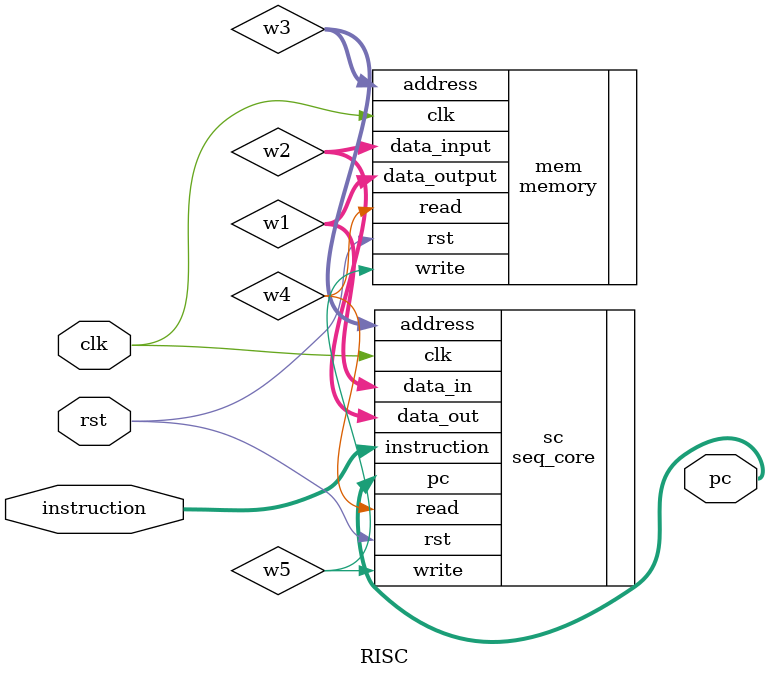
<source format=v>
`timescale 1ns / 1ps


module RISC#(parameter A_SIZE=10 , parameter D_SIZE=32)(
    input 		rst,   
    input		clk,
    output [A_SIZE-1:0] pc,
    input [15:0] instruction
    );
 wire [D_SIZE-1:0] w1,w2;
 wire [A_SIZE-1:0] w3;
 wire w4,w5;   
seq_core#(.A_SIZE(A_SIZE),.D_SIZE(D_SIZE)) sc (
.rst(rst),
.clk(clk),
.instruction(instruction),
.pc(pc),
.data_in(w1),
.data_out(w2),
.address(w3),
.read(w4),
.write(w5)
);
 memory #(.A_SIZE(A_SIZE),.D_SIZE(D_SIZE)) mem (
 .clk(clk),
 .rst(rst),
 .read(w4),
 .write(w5),
 .data_input(w2),
 .data_output(w1),
 .address(w3)
 ); 
endmodule

</source>
